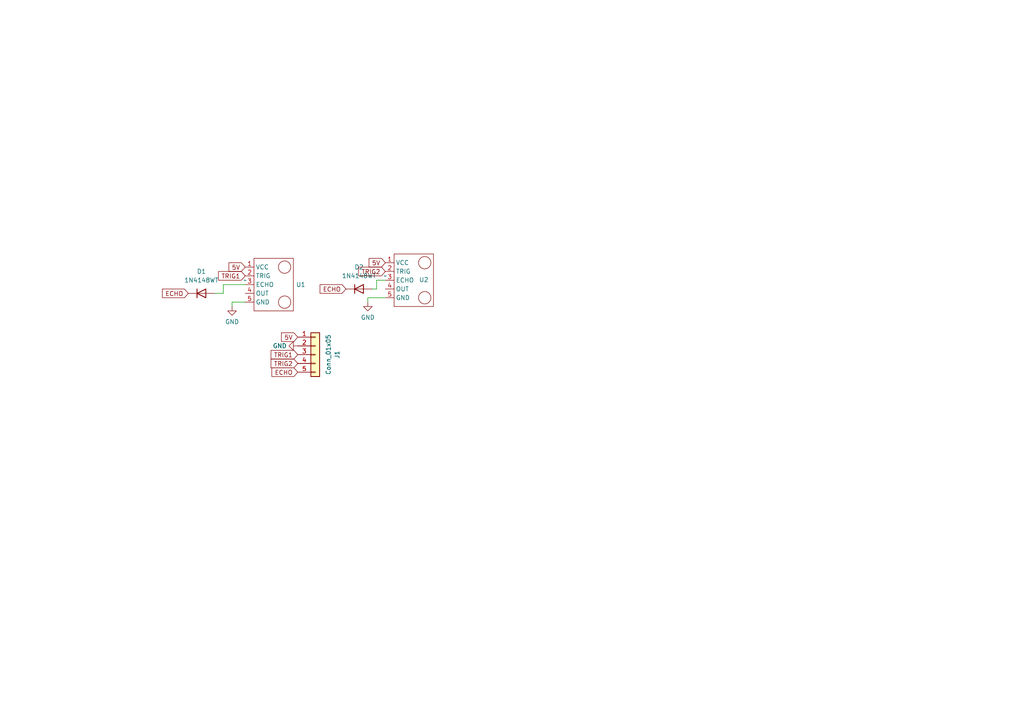
<source format=kicad_sch>
(kicad_sch (version 20231120) (generator "eeschema") (generator_version "8.0")
  (paper "A4")
  (lib_symbols
    (symbol "Connector_Generic:Conn_01x05" (pin_names (offset 1.016) hide)
      (property "Reference" "J" (at 0 7.62 0))
      (property "Value" "Conn_01x05" (at 0 -7.62 0))
      (symbol "Conn_01x05_1_1"
        (rectangle (start -1.27 -4.953) (end 0 -5.207) (stroke (width 0.1524)))
        (rectangle (start -1.27 -2.413) (end 0 -2.667) (stroke (width 0.1524)))
        (rectangle (start -1.27 0.127) (end 0 -0.127) (stroke (width 0.1524)))
        (rectangle (start -1.27 2.667) (end 0 2.413) (stroke (width 0.1524)))
        (rectangle (start -1.27 5.207) (end 0 4.953) (stroke (width 0.1524)))
        (rectangle (start -1.27 6.35) (end 1.27 -6.35) (stroke (width 0.254)) (fill (type background)))
        (pin passive line (at -5.08 5.08 0) (length 3.81) (name "Pin_1") (number "1"))
        (pin passive line (at -5.08 2.54 0) (length 3.81) (name "Pin_2") (number "2"))
        (pin passive line (at -5.08 0 0) (length 3.81) (name "Pin_3") (number "3"))
        (pin passive line (at -5.08 -2.54 0) (length 3.81) (name "Pin_4") (number "4"))
        (pin passive line (at -5.08 -5.08 0) (length 3.81) (name "Pin_5") (number "5"))
      )
    )
    (symbol "Diode:1N4148WT" (pin_numbers hide) (pin_names hide)
      (property "Reference" "D" (at 0 2.54 0))
      (property "Value" "1N4148WT" (at 0 -2.54 0))
      (symbol "1N4148WT_0_1"
        (polyline (pts (xy -1.27 1.27) (xy -1.27 -1.27)) (stroke (width 0.254)))
        (polyline (pts (xy 1.27 0) (xy -1.27 0)))
        (polyline (pts (xy 1.27 1.27) (xy 1.27 -1.27) (xy -1.27 0) (xy 1.27 1.27)) (stroke (width 0.254)))
      )
      (symbol "1N4148WT_1_1"
        (pin passive line (at -3.81 0 0) (length 2.54) (name "K") (number "1"))
        (pin passive line (at 3.81 0 180) (length 2.54) (name "A") (number "2"))
      )
    )
    (symbol "UltrasonicSensor:UltrasonicSensor"
      (property "Reference" "U" (at 10.16 0 0))
      (symbol "UltrasonicSensor_0_1"
        (rectangle (start 2.54 7.62) (end 13.97 -7.62))
        (circle (center 11.43 -5.08) (radius 1.7961))
        (circle (center 11.43 5.08) (radius 1.7961))
      )
      (symbol "UltrasonicSensor_1_1"
        (pin input line (at 0 5.08 0) (length 2.54) (name "VCC") (number "1"))
        (pin input line (at 0 2.54 0) (length 2.54) (name "TRIG") (number "2"))
        (pin input line (at 0 0 0) (length 2.54) (name "ECHO") (number "3"))
        (pin input line (at 0 -2.54 0) (length 2.54) (name "OUT") (number "4"))
        (pin input line (at 0 -5.08 0) (length 2.54) (name "GND") (number "5"))
      )
    )
    (symbol "power:GND" (power) (pin_names (offset 0))
      (property "Value" "GND" (at 0 -3.81 0))
      (symbol "GND_0_1"
        (polyline (pts (xy 0 0) (xy 0 -1.27) (xy 1.27 -1.27) (xy 0 -2.54) (xy -1.27 -1.27) (xy 0 -1.27)))
      )
      (symbol "GND_1_1"
        (pin power_in line (at 0 0 270) (length 0) hide (name "GND") (number "1"))
      )
    )
  )
  (wire (pts (xy 106.68 87.63) (xy 106.68 86.36)))
  (wire (pts (xy 62.23 85.09) (xy 64.77 85.09)))
  (wire (pts (xy 109.22 83.82) (xy 109.22 81.28)))
  (wire (pts (xy 107.95 83.82) (xy 109.22 83.82)))
  (wire (pts (xy 67.31 88.9) (xy 67.31 87.63)))
  (wire (pts (xy 109.22 81.28) (xy 111.76 81.28)))
  (wire (pts (xy 64.77 85.09) (xy 64.77 82.55)))
  (wire (pts (xy 64.77 82.55) (xy 71.12 82.55)))
  (wire (pts (xy 106.68 86.36) (xy 111.76 86.36)))
  (wire (pts (xy 67.31 87.63) (xy 71.12 87.63)))
  (global_label "ECHO" (shape input) (at 100.33 83.82 180) (property "Intersheetrefs" "${INTERSHEET_REFS}" (effects (hide yes))))
  (global_label "5V" (shape input) (at 71.12 77.47 180) (property "Intersheetrefs" "${INTERSHEET_REFS}" (effects (hide yes))))
  (global_label "5V" (shape input) (at 86.36 97.79 180) (property "Intersheetrefs" "${INTERSHEET_REFS}" (effects (hide yes))))
  (global_label "TRIG2" (shape input) (at 86.36 105.41 180) (property "Intersheetrefs" "${INTERSHEET_REFS}" (effects (hide yes))))
  (global_label "5V" (shape input) (at 111.76 76.2 180) (property "Intersheetrefs" "${INTERSHEET_REFS}" (effects (hide yes))))
  (global_label "TRIG2" (shape input) (at 111.76 78.74 180) (property "Intersheetrefs" "${INTERSHEET_REFS}" (effects (hide yes))))
  (global_label "TRIG1" (shape input) (at 86.36 102.87 180) (property "Intersheetrefs" "${INTERSHEET_REFS}" (effects (hide yes))))
  (global_label "ECHO" (shape input) (at 86.36 107.95 180) (property "Intersheetrefs" "${INTERSHEET_REFS}" (effects (hide yes))))
  (global_label "TRIG1" (shape input) (at 71.12 80.01 180) (property "Intersheetrefs" "${INTERSHEET_REFS}" (effects (hide yes))))
  (global_label "ECHO" (shape input) (at 54.61 85.09 180) (property "Intersheetrefs" "${INTERSHEET_REFS}" (effects (hide yes))))
  (symbol (lib_id "power:GND") (at 106.68 87.63 0) (unit 1)
    (property "Reference" "#PWR03" (effects (hide yes)))
    (property "Value" "GND" (at 106.68 92.075 0))
  )
  (symbol (lib_id "power:GND") (at 86.36 100.33 270) (unit 1)
    (property "Reference" "#PWR02" (effects (hide yes)))
    (property "Value" "GND" (at 83.185 100.33 90) (effects (justify right)))
  )
  (symbol (lib_id "UltrasonicSensor:UltrasonicSensor") (at 71.12 82.55 0) (unit 1)
    (property "Reference" "U1" (at 85.852 82.55 0) (effects (justify left)))
    (property "Value" "~" (at 71.12 81.28 0))
    (property "Footprint" "Connector_PinHeader_2.54mm:PinHeader_1x05_P2.54mm_Vertical" (effects (hide yes)))
  )
  (symbol (lib_id "power:GND") (at 67.31 88.9 0) (unit 1)
    (property "Reference" "#PWR01" (effects (hide yes)))
    (property "Value" "GND" (at 67.31 93.345 0))
  )
  (symbol (lib_id "UltrasonicSensor:UltrasonicSensor") (at 111.76 81.28 0) (unit 1)
    (property "Reference" "U2" (at 121.539 81.153 0) (effects (justify left)))
    (property "Value" "~" (at 111.76 80.01 0))
    (property "Footprint" "Connector_PinHeader_2.54mm:PinHeader_1x05_P2.54mm_Vertical" (effects (hide yes)))
  )
  (symbol (lib_id "Diode:1N4148WT") (at 104.14 83.82 0) (unit 1)
    (property "Reference" "D2" (at 104.14 77.47 0))
    (property "Value" "1N4148WT" (at 104.14 80.01 0))
    (property "Footprint" "Diode_SMD:D_SOD-123" (effects (hide yes)))
    (property "Datasheet" "https://www.diodes.com/assets/Datasheets/ds30396.pdf" (effects (hide yes)))
    (property "Description" "75V 0.15A Fast switching Diode, SOD-523" (effects (hide yes)))
    (property "Sim.Device" "D" (effects (hide yes)))
    (property "Sim.Pins" "1=K 2=A" (effects (hide yes)))
  )
  (symbol (lib_id "Connector_Generic:Conn_01x05") (at 91.44 102.87 0) (unit 1)
    (property "Reference" "J1" (at 97.79 102.87 90))
    (property "Value" "Conn_01x05" (at 95.25 102.87 90))
    (property "Footprint" "Connector_JST:JST_XH_B5B-XH-A_1x05_P2.50mm_Vertical" (effects (hide yes)))
    (property "Description" "Generic connector, single row, 01x05, script generated (kicad-library-utils/schlib/autogen/connector/)" (effects (hide yes)))
  )
  (symbol (lib_id "Diode:1N4148WT") (at 58.42 85.09 0) (unit 1)
    (property "Reference" "D1" (at 58.42 78.74 0))
    (property "Value" "1N4148WT" (at 58.42 81.28 0))
    (property "Footprint" "Diode_SMD:D_SOD-123" (effects (hide yes)))
    (property "Datasheet" "https://www.diodes.com/assets/Datasheets/ds30396.pdf" (effects (hide yes)))
    (property "Description" "75V 0.15A Fast switching Diode, SOD-523" (effects (hide yes)))
    (property "Sim.Device" "D" (effects (hide yes)))
    (property "Sim.Pins" "1=K 2=A" (effects (hide yes)))
  )
)
</source>
